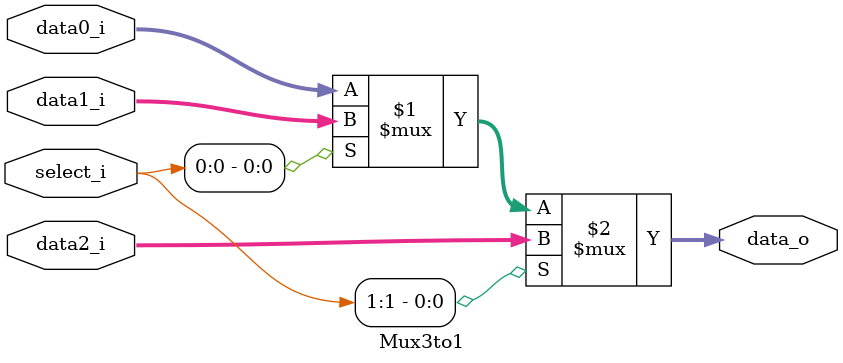
<source format=v>
module Mux3to1( data0_i, data1_i, data2_i, select_i, data_o );

parameter size = 0;			   
			
//I/O ports               
input wire	[size-1:0] data0_i;          
input wire	[size-1:0] data1_i;
input wire	[size-1:0] data2_i;
input wire	[2-1:0] select_i;
output wire	[size-1:0] data_o; 

//Main function
/*your code here*/
assign data_o = select_i[1] ? data2_i : select_i[0] ? data1_i : data0_i;
endmodule      

</source>
